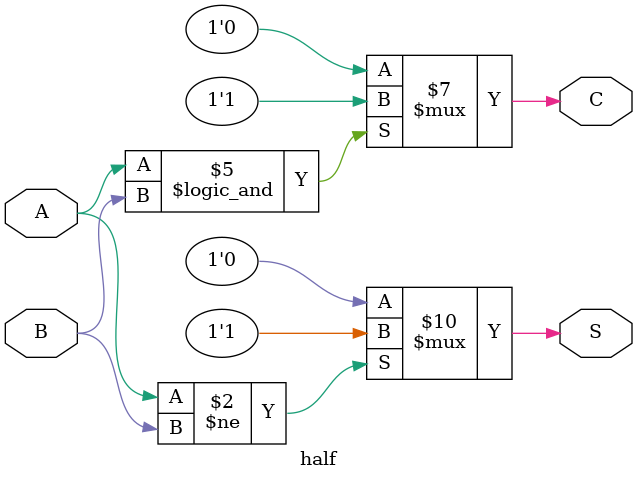
<source format=v>
module half(
  output reg S,
  output reg C,
  input A,
  input B,
);
  always @* begin
    if (A != B) begin
      S = 1;
    end
    else begin
      S = 0;
    end
    
    if (A == 1 && B == 1) begin
      C = 1;
    end
    else begin
      C = 0;
    end
  end
endmodule

</source>
